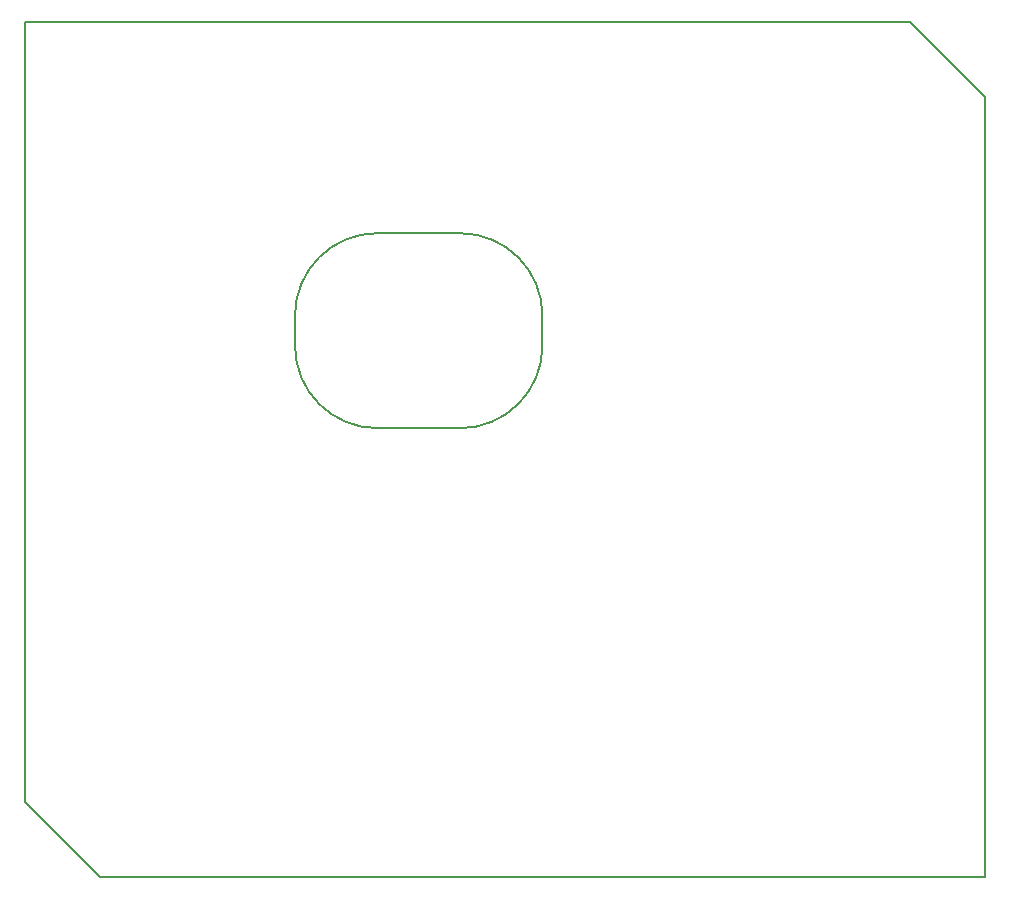
<source format=gm1>
G04 #@! TF.GenerationSoftware,KiCad,Pcbnew,5.0.0-rc2*
G04 #@! TF.CreationDate,2018-12-17T23:44:03-05:00*
G04 #@! TF.ProjectId,ZMHW_Map,5A4D48575F4D61702E6B696361645F70,rev?*
G04 #@! TF.SameCoordinates,Original*
G04 #@! TF.FileFunction,Profile,NP*
%FSLAX46Y46*%
G04 Gerber Fmt 4.6, Leading zero omitted, Abs format (unit mm)*
G04 Created by KiCad (PCBNEW 5.0.0-rc2) date Mon Dec 17 23:44:03 2018*
%MOMM*%
%LPD*%
G01*
G04 APERTURE LIST*
%ADD10C,0.152400*%
G04 APERTURE END LIST*
D10*
X148590000Y-93980000D02*
X148590000Y-27940000D01*
X154940000Y-100330000D02*
X148590000Y-93980000D01*
X229870000Y-100330000D02*
X154940000Y-100330000D01*
X229870000Y-34290000D02*
X229870000Y-100330000D01*
X223520000Y-27940000D02*
X229870000Y-34290000D01*
X148590000Y-27940000D02*
X223520000Y-27940000D01*
X178435000Y-45847000D02*
X185420000Y-45847000D01*
X171450000Y-55372000D02*
X171450000Y-52832000D01*
X185420000Y-62357000D02*
X178435000Y-62357000D01*
X192405000Y-52832000D02*
X192405000Y-55372000D01*
X178435000Y-62357000D02*
G75*
G02X171450000Y-55372000I0J6985000D01*
G01*
X171450000Y-52832000D02*
G75*
G02X178435000Y-45847000I6985000J0D01*
G01*
X185420000Y-45847000D02*
G75*
G02X192405000Y-52832000I0J-6985000D01*
G01*
X192405000Y-55372000D02*
G75*
G02X185420000Y-62357000I-6985000J0D01*
G01*
M02*

</source>
